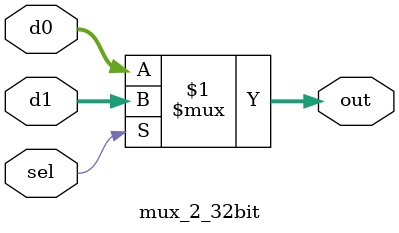
<source format=v>
module mux_2_32bit(
    input [31:0] d0,
    input [31:0] d1, 
    input sel,
    output [31:0] out
);
    assign out = sel ? d1 : d0;
endmodule
</source>
